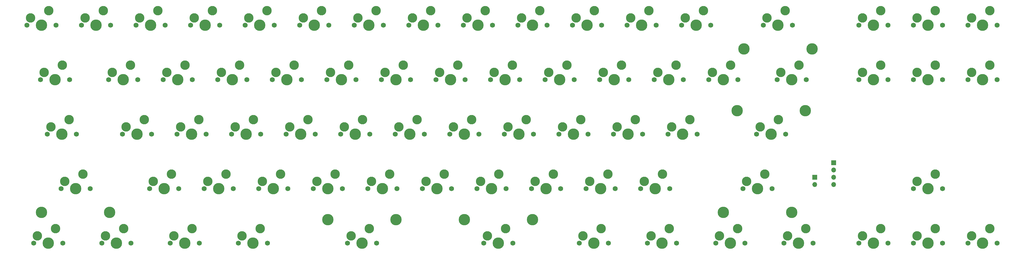
<source format=gbr>
%TF.GenerationSoftware,KiCad,Pcbnew,7.0.10*%
%TF.CreationDate,2024-04-20T21:15:11+02:00*%
%TF.ProjectId,cycle-7,6379636c-652d-4372-9e6b-696361645f70,rev?*%
%TF.SameCoordinates,Original*%
%TF.FileFunction,Soldermask,Top*%
%TF.FilePolarity,Negative*%
%FSLAX46Y46*%
G04 Gerber Fmt 4.6, Leading zero omitted, Abs format (unit mm)*
G04 Created by KiCad (PCBNEW 7.0.10) date 2024-04-20 21:15:11*
%MOMM*%
%LPD*%
G01*
G04 APERTURE LIST*
%ADD10C,1.750000*%
%ADD11C,3.987800*%
%ADD12C,3.300000*%
%ADD13R,1.700000X1.700000*%
%ADD14O,1.700000X1.700000*%
G04 APERTURE END LIST*
D10*
%TO.C,MX15*%
X335592500Y-90000000D03*
D11*
X330512500Y-90000000D03*
D10*
X325432500Y-90000000D03*
D12*
X326702500Y-87460000D03*
X333052500Y-84920000D03*
%TD*%
D11*
%TO.C,S3*%
X278125000Y-155405000D03*
X301937500Y-155405000D03*
%TD*%
%TO.C,S4*%
X40000000Y-155405000D03*
X63812500Y-155405000D03*
%TD*%
%TO.C,S6*%
X163825000Y-157945000D03*
X140012500Y-157945000D03*
%TD*%
%TO.C,S5*%
X211450000Y-157945000D03*
X187637500Y-157945000D03*
%TD*%
%TO.C,S1*%
X285268750Y-98255000D03*
X309081250Y-98255000D03*
%TD*%
%TO.C,S2*%
X306700000Y-119845000D03*
X282887500Y-119845000D03*
%TD*%
D10*
%TO.C,MX22*%
X130805000Y-109050000D03*
D11*
X125725000Y-109050000D03*
D10*
X120645000Y-109050000D03*
D12*
X121915000Y-106510000D03*
X128265000Y-103970000D03*
%TD*%
D10*
%TO.C,MX18*%
X49842500Y-109050000D03*
D11*
X44762500Y-109050000D03*
D10*
X39682500Y-109050000D03*
D12*
X40952500Y-106510000D03*
X47302500Y-103970000D03*
%TD*%
D10*
%TO.C,MX3*%
X83180000Y-90000000D03*
D11*
X78100000Y-90000000D03*
D10*
X73020000Y-90000000D03*
D12*
X74290000Y-87460000D03*
X80640000Y-84920000D03*
%TD*%
D10*
%TO.C,MX44*%
X230817500Y-128100000D03*
D11*
X225737500Y-128100000D03*
D10*
X220657500Y-128100000D03*
D12*
X221927500Y-125560000D03*
X228277500Y-123020000D03*
%TD*%
D13*
%TO.C,J2*%
X316575000Y-138075000D03*
D14*
X316575000Y-140615000D03*
X316575000Y-143155000D03*
X316575000Y-145695000D03*
%TD*%
D10*
%TO.C,MX67*%
X237961250Y-166200000D03*
D11*
X232881250Y-166200000D03*
D10*
X227801250Y-166200000D03*
D12*
X229071250Y-163660000D03*
X235421250Y-161120000D03*
%TD*%
D10*
%TO.C,MX41*%
X173667500Y-128100000D03*
D11*
X168587500Y-128100000D03*
D10*
X163507500Y-128100000D03*
D12*
X164777500Y-125560000D03*
X171127500Y-123020000D03*
%TD*%
D10*
%TO.C,MX45*%
X249867500Y-128100000D03*
D11*
X244787500Y-128100000D03*
D10*
X239707500Y-128100000D03*
D12*
X240977500Y-125560000D03*
X247327500Y-123020000D03*
%TD*%
D10*
%TO.C,MX27*%
X226055000Y-109050000D03*
D11*
X220975000Y-109050000D03*
D10*
X215895000Y-109050000D03*
D12*
X217165000Y-106510000D03*
X223515000Y-103970000D03*
%TD*%
D10*
%TO.C,MX31*%
X307017500Y-109050000D03*
D11*
X301937500Y-109050000D03*
D10*
X296857500Y-109050000D03*
D12*
X298127500Y-106510000D03*
X304477500Y-103970000D03*
%TD*%
D10*
%TO.C,MX53*%
X164142500Y-147150000D03*
D11*
X159062500Y-147150000D03*
D10*
X153982500Y-147150000D03*
D12*
X155252500Y-144610000D03*
X161602500Y-142070000D03*
%TD*%
D10*
%TO.C,MX17*%
X373692500Y-90000000D03*
D11*
X368612500Y-90000000D03*
D10*
X363532500Y-90000000D03*
D12*
X364802500Y-87460000D03*
X371152500Y-84920000D03*
%TD*%
D10*
%TO.C,MX60*%
X354642500Y-147150000D03*
D11*
X349562500Y-147150000D03*
D10*
X344482500Y-147150000D03*
D12*
X345752500Y-144610000D03*
X352102500Y-142070000D03*
%TD*%
D10*
%TO.C,MX68*%
X261773750Y-166200000D03*
D11*
X256693750Y-166200000D03*
D10*
X251613750Y-166200000D03*
D12*
X252883750Y-163660000D03*
X259233750Y-161120000D03*
%TD*%
D10*
%TO.C,MX58*%
X259392500Y-147150000D03*
D11*
X254312500Y-147150000D03*
D10*
X249232500Y-147150000D03*
D12*
X250502500Y-144610000D03*
X256852500Y-142070000D03*
%TD*%
D10*
%TO.C,MX59*%
X295111250Y-147150000D03*
D11*
X290031250Y-147150000D03*
D10*
X284951250Y-147150000D03*
D12*
X286221250Y-144610000D03*
X292571250Y-142070000D03*
%TD*%
D10*
%TO.C,MX13*%
X273680000Y-90000000D03*
D11*
X268600000Y-90000000D03*
D10*
X263520000Y-90000000D03*
D12*
X264790000Y-87460000D03*
X271140000Y-84920000D03*
%TD*%
D10*
%TO.C,MX21*%
X111755000Y-109050000D03*
D11*
X106675000Y-109050000D03*
D10*
X101595000Y-109050000D03*
D12*
X102865000Y-106510000D03*
X109215000Y-103970000D03*
%TD*%
D10*
%TO.C,MX6*%
X140330000Y-90000000D03*
D11*
X135250000Y-90000000D03*
D10*
X130170000Y-90000000D03*
D12*
X131440000Y-87460000D03*
X137790000Y-84920000D03*
%TD*%
D10*
%TO.C,MX34*%
X373692500Y-109050000D03*
D11*
X368612500Y-109050000D03*
D10*
X363532500Y-109050000D03*
D12*
X364802500Y-106510000D03*
X371152500Y-103970000D03*
%TD*%
D10*
%TO.C,MX65*%
X156998750Y-166200000D03*
D11*
X151918750Y-166200000D03*
D10*
X146838750Y-166200000D03*
D12*
X148108750Y-163660000D03*
X154458750Y-161120000D03*
%TD*%
D10*
%TO.C,MX26*%
X207005000Y-109050000D03*
D11*
X201925000Y-109050000D03*
D10*
X196845000Y-109050000D03*
D12*
X198115000Y-106510000D03*
X204465000Y-103970000D03*
%TD*%
D10*
%TO.C,MX50*%
X106992500Y-147150000D03*
D11*
X101912500Y-147150000D03*
D10*
X96832500Y-147150000D03*
D12*
X98102500Y-144610000D03*
X104452500Y-142070000D03*
%TD*%
D10*
%TO.C,MX64*%
X118898750Y-166200000D03*
D11*
X113818750Y-166200000D03*
D10*
X108738750Y-166200000D03*
D12*
X110008750Y-163660000D03*
X116358750Y-161120000D03*
%TD*%
D10*
%TO.C,MX61*%
X47461250Y-166200000D03*
D11*
X42381250Y-166200000D03*
D10*
X37301250Y-166200000D03*
D12*
X38571250Y-163660000D03*
X44921250Y-161120000D03*
%TD*%
D10*
%TO.C,MX1*%
X45080000Y-90000000D03*
D11*
X40000000Y-90000000D03*
D10*
X34920000Y-90000000D03*
D12*
X36190000Y-87460000D03*
X42540000Y-84920000D03*
%TD*%
D10*
%TO.C,MX48*%
X56986250Y-147150000D03*
D11*
X51906250Y-147150000D03*
D10*
X46826250Y-147150000D03*
D12*
X48096250Y-144610000D03*
X54446250Y-142070000D03*
%TD*%
D10*
%TO.C,MX36*%
X78417500Y-128100000D03*
D11*
X73337500Y-128100000D03*
D10*
X68257500Y-128100000D03*
D12*
X69527500Y-125560000D03*
X75877500Y-123020000D03*
%TD*%
D10*
%TO.C,MX35*%
X52223750Y-128100000D03*
D11*
X47143750Y-128100000D03*
D10*
X42063750Y-128100000D03*
D12*
X43333750Y-125560000D03*
X49683750Y-123020000D03*
%TD*%
D10*
%TO.C,MX10*%
X216530000Y-90000000D03*
D11*
X211450000Y-90000000D03*
D10*
X206370000Y-90000000D03*
D12*
X207640000Y-87460000D03*
X213990000Y-84920000D03*
%TD*%
D10*
%TO.C,MX4*%
X102230000Y-90000000D03*
D11*
X97150000Y-90000000D03*
D10*
X92070000Y-90000000D03*
D12*
X93340000Y-87460000D03*
X99690000Y-84920000D03*
%TD*%
D10*
%TO.C,MX69*%
X285586250Y-166200000D03*
D11*
X280506250Y-166200000D03*
D10*
X275426250Y-166200000D03*
D12*
X276696250Y-163660000D03*
X283046250Y-161120000D03*
%TD*%
D10*
%TO.C,MX24*%
X168905000Y-109050000D03*
D11*
X163825000Y-109050000D03*
D10*
X158745000Y-109050000D03*
D12*
X160015000Y-106510000D03*
X166365000Y-103970000D03*
%TD*%
D10*
%TO.C,MX16*%
X354642500Y-90000000D03*
D11*
X349562500Y-90000000D03*
D10*
X344482500Y-90000000D03*
D12*
X345752500Y-87460000D03*
X352102500Y-84920000D03*
%TD*%
D10*
%TO.C,MX37*%
X97467500Y-128100000D03*
D11*
X92387500Y-128100000D03*
D10*
X87307500Y-128100000D03*
D12*
X88577500Y-125560000D03*
X94927500Y-123020000D03*
%TD*%
D10*
%TO.C,MX66*%
X204623750Y-166200000D03*
D11*
X199543750Y-166200000D03*
D10*
X194463750Y-166200000D03*
D12*
X195733750Y-163660000D03*
X202083750Y-161120000D03*
%TD*%
D10*
%TO.C,MX43*%
X211767500Y-128100000D03*
D11*
X206687500Y-128100000D03*
D10*
X201607500Y-128100000D03*
D12*
X202877500Y-125560000D03*
X209227500Y-123020000D03*
%TD*%
D10*
%TO.C,MX12*%
X254630000Y-90000000D03*
D11*
X249550000Y-90000000D03*
D10*
X244470000Y-90000000D03*
D12*
X245740000Y-87460000D03*
X252090000Y-84920000D03*
%TD*%
D10*
%TO.C,MX9*%
X197480000Y-90000000D03*
D11*
X192400000Y-90000000D03*
D10*
X187320000Y-90000000D03*
D12*
X188590000Y-87460000D03*
X194940000Y-84920000D03*
%TD*%
D10*
%TO.C,MX46*%
X268917500Y-128100000D03*
D11*
X263837500Y-128100000D03*
D10*
X258757500Y-128100000D03*
D12*
X260027500Y-125560000D03*
X266377500Y-123020000D03*
%TD*%
D10*
%TO.C,MX71*%
X335592500Y-166200000D03*
D11*
X330512500Y-166200000D03*
D10*
X325432500Y-166200000D03*
D12*
X326702500Y-163660000D03*
X333052500Y-161120000D03*
%TD*%
D10*
%TO.C,MX63*%
X95086250Y-166200000D03*
D11*
X90006250Y-166200000D03*
D10*
X84926250Y-166200000D03*
D12*
X86196250Y-163660000D03*
X92546250Y-161120000D03*
%TD*%
D10*
%TO.C,MX30*%
X283205000Y-109050000D03*
D11*
X278125000Y-109050000D03*
D10*
X273045000Y-109050000D03*
D12*
X274315000Y-106510000D03*
X280665000Y-103970000D03*
%TD*%
D10*
%TO.C,MX14*%
X302255000Y-90000000D03*
D11*
X297175000Y-90000000D03*
D10*
X292095000Y-90000000D03*
D12*
X293365000Y-87460000D03*
X299715000Y-84920000D03*
%TD*%
D10*
%TO.C,MX55*%
X202242500Y-147150000D03*
D11*
X197162500Y-147150000D03*
D10*
X192082500Y-147150000D03*
D12*
X193352500Y-144610000D03*
X199702500Y-142070000D03*
%TD*%
D10*
%TO.C,MX23*%
X149855000Y-109050000D03*
D11*
X144775000Y-109050000D03*
D10*
X139695000Y-109050000D03*
D12*
X140965000Y-106510000D03*
X147315000Y-103970000D03*
%TD*%
D10*
%TO.C,MX2*%
X64130000Y-90000000D03*
D11*
X59050000Y-90000000D03*
D10*
X53970000Y-90000000D03*
D12*
X55240000Y-87460000D03*
X61590000Y-84920000D03*
%TD*%
D10*
%TO.C,MX20*%
X92705000Y-109050000D03*
D11*
X87625000Y-109050000D03*
D10*
X82545000Y-109050000D03*
D12*
X83815000Y-106510000D03*
X90165000Y-103970000D03*
%TD*%
D10*
%TO.C,MX40*%
X154617500Y-128100000D03*
D11*
X149537500Y-128100000D03*
D10*
X144457500Y-128100000D03*
D12*
X145727500Y-125560000D03*
X152077500Y-123020000D03*
%TD*%
D10*
%TO.C,MX7*%
X159380000Y-90000000D03*
D11*
X154300000Y-90000000D03*
D10*
X149220000Y-90000000D03*
D12*
X150490000Y-87460000D03*
X156840000Y-84920000D03*
%TD*%
D10*
%TO.C,MX52*%
X145092500Y-147150000D03*
D11*
X140012500Y-147150000D03*
D10*
X134932500Y-147150000D03*
D12*
X136202500Y-144610000D03*
X142552500Y-142070000D03*
%TD*%
D10*
%TO.C,MX5*%
X121280000Y-90000000D03*
D11*
X116200000Y-90000000D03*
D10*
X111120000Y-90000000D03*
D12*
X112390000Y-87460000D03*
X118740000Y-84920000D03*
%TD*%
D10*
%TO.C,MX11*%
X235580000Y-90000000D03*
D11*
X230500000Y-90000000D03*
D10*
X225420000Y-90000000D03*
D12*
X226690000Y-87460000D03*
X233040000Y-84920000D03*
%TD*%
D10*
%TO.C,MX72*%
X354642500Y-166200000D03*
D11*
X349562500Y-166200000D03*
D10*
X344482500Y-166200000D03*
D12*
X345752500Y-163660000D03*
X352102500Y-161120000D03*
%TD*%
D10*
%TO.C,MX25*%
X187955000Y-109050000D03*
D11*
X182875000Y-109050000D03*
D10*
X177795000Y-109050000D03*
D12*
X179065000Y-106510000D03*
X185415000Y-103970000D03*
%TD*%
D10*
%TO.C,MX32*%
X335592500Y-109050000D03*
D11*
X330512500Y-109050000D03*
D10*
X325432500Y-109050000D03*
D12*
X326702500Y-106510000D03*
X333052500Y-103970000D03*
%TD*%
D10*
%TO.C,MX42*%
X192717500Y-128100000D03*
D11*
X187637500Y-128100000D03*
D10*
X182557500Y-128100000D03*
D12*
X183827500Y-125560000D03*
X190177500Y-123020000D03*
%TD*%
D10*
%TO.C,MX39*%
X135567500Y-128100000D03*
D11*
X130487500Y-128100000D03*
D10*
X125407500Y-128100000D03*
D12*
X126677500Y-125560000D03*
X133027500Y-123020000D03*
%TD*%
D10*
%TO.C,MX73*%
X373692500Y-166200000D03*
D11*
X368612500Y-166200000D03*
D10*
X363532500Y-166200000D03*
D12*
X364802500Y-163660000D03*
X371152500Y-161120000D03*
%TD*%
D10*
%TO.C,MX47*%
X299873750Y-128100000D03*
D11*
X294793750Y-128100000D03*
D10*
X289713750Y-128100000D03*
D12*
X290983750Y-125560000D03*
X297333750Y-123020000D03*
%TD*%
D10*
%TO.C,MX49*%
X87942500Y-147150000D03*
D11*
X82862500Y-147150000D03*
D10*
X77782500Y-147150000D03*
D12*
X79052500Y-144610000D03*
X85402500Y-142070000D03*
%TD*%
D10*
%TO.C,MX28*%
X245105000Y-109050000D03*
D11*
X240025000Y-109050000D03*
D10*
X234945000Y-109050000D03*
D12*
X236215000Y-106510000D03*
X242565000Y-103970000D03*
%TD*%
D13*
%TO.C,J3*%
X309975000Y-143175000D03*
D14*
X309975000Y-145715000D03*
%TD*%
D10*
%TO.C,MX54*%
X183192500Y-147150000D03*
D11*
X178112500Y-147150000D03*
D10*
X173032500Y-147150000D03*
D12*
X174302500Y-144610000D03*
X180652500Y-142070000D03*
%TD*%
D10*
%TO.C,MX62*%
X71273750Y-166200000D03*
D11*
X66193750Y-166200000D03*
D10*
X61113750Y-166200000D03*
D12*
X62383750Y-163660000D03*
X68733750Y-161120000D03*
%TD*%
D10*
%TO.C,MX56*%
X221292500Y-147150000D03*
D11*
X216212500Y-147150000D03*
D10*
X211132500Y-147150000D03*
D12*
X212402500Y-144610000D03*
X218752500Y-142070000D03*
%TD*%
D10*
%TO.C,MX29*%
X264155000Y-109050000D03*
D11*
X259075000Y-109050000D03*
D10*
X253995000Y-109050000D03*
D12*
X255265000Y-106510000D03*
X261615000Y-103970000D03*
%TD*%
D10*
%TO.C,MX19*%
X73655000Y-109050000D03*
D11*
X68575000Y-109050000D03*
D10*
X63495000Y-109050000D03*
D12*
X64765000Y-106510000D03*
X71115000Y-103970000D03*
%TD*%
D10*
%TO.C,MX8*%
X178430000Y-90000000D03*
D11*
X173350000Y-90000000D03*
D10*
X168270000Y-90000000D03*
D12*
X169540000Y-87460000D03*
X175890000Y-84920000D03*
%TD*%
D10*
%TO.C,MX51*%
X126042500Y-147150000D03*
D11*
X120962500Y-147150000D03*
D10*
X115882500Y-147150000D03*
D12*
X117152500Y-144610000D03*
X123502500Y-142070000D03*
%TD*%
D10*
%TO.C,MX38*%
X116517500Y-128100000D03*
D11*
X111437500Y-128100000D03*
D10*
X106357500Y-128100000D03*
D12*
X107627500Y-125560000D03*
X113977500Y-123020000D03*
%TD*%
D10*
%TO.C,MX70*%
X309398750Y-166200000D03*
D11*
X304318750Y-166200000D03*
D10*
X299238750Y-166200000D03*
D12*
X300508750Y-163660000D03*
X306858750Y-161120000D03*
%TD*%
D10*
%TO.C,MX57*%
X240342500Y-147150000D03*
D11*
X235262500Y-147150000D03*
D10*
X230182500Y-147150000D03*
D12*
X231452500Y-144610000D03*
X237802500Y-142070000D03*
%TD*%
D10*
%TO.C,MX33*%
X354642500Y-109050000D03*
D11*
X349562500Y-109050000D03*
D10*
X344482500Y-109050000D03*
D12*
X345752500Y-106510000D03*
X352102500Y-103970000D03*
%TD*%
M02*

</source>
